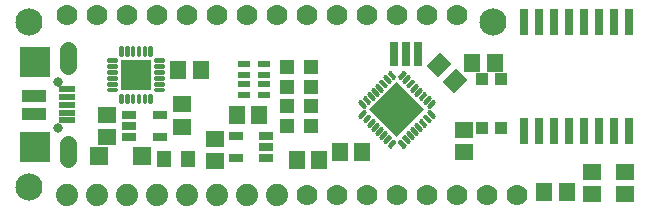
<source format=gbr>
G04 EAGLE Gerber RS-274X export*
G75*
%MOMM*%
%FSLAX34Y34*%
%LPD*%
%INSoldermask Top*%
%IPPOS*%
%AMOC8*
5,1,8,0,0,1.08239X$1,22.5*%
G01*
%ADD10C,2.301600*%
%ADD11C,1.778000*%
%ADD12R,1.601600X1.401600*%
%ADD13R,1.301600X1.301600*%
%ADD14R,1.401600X1.601600*%
%ADD15R,1.301600X1.401600*%
%ADD16R,0.801600X2.101600*%
%ADD17R,1.101600X1.001600*%
%ADD18R,1.501600X1.501600*%
%ADD19R,1.001600X0.551600*%
%ADD20R,1.301600X0.651600*%
%ADD21C,0.225022*%
%ADD22R,3.301600X3.301600*%
%ADD23C,1.879600*%
%ADD24C,0.240406*%
%ADD25R,2.601600X2.601600*%
%ADD26C,0.801600*%
%ADD27C,1.409600*%
%ADD28R,2.101600X1.101600*%
%ADD29R,1.450000X0.500000*%
%ADD30R,0.701600X2.301600*%


D10*
X19050Y158750D03*
X19050Y19050D03*
X411480Y158750D03*
D11*
X254000Y12700D03*
X279400Y12700D03*
X304800Y12700D03*
X330200Y12700D03*
X355600Y12700D03*
X381000Y12700D03*
X406400Y12700D03*
X431800Y12700D03*
D12*
X176530Y60300D03*
X176530Y41300D03*
D13*
X237150Y87630D03*
X258150Y87630D03*
D14*
X281984Y49312D03*
X300984Y49312D03*
D13*
X237150Y71120D03*
X258150Y71120D03*
D15*
X153670Y43180D03*
X133350Y43180D03*
D14*
X213970Y80010D03*
X194970Y80010D03*
D12*
X85090Y61620D03*
X85090Y80620D03*
D16*
X328038Y132080D03*
X338038Y132080D03*
X348038Y132080D03*
D14*
G36*
X380124Y119932D02*
X390034Y110022D01*
X378710Y98698D01*
X368800Y108608D01*
X380124Y119932D01*
G37*
G36*
X366689Y133367D02*
X376599Y123457D01*
X365275Y112133D01*
X355365Y122043D01*
X366689Y133367D01*
G37*
X245770Y41910D03*
X264770Y41910D03*
D17*
X418210Y69416D03*
X402210Y69416D03*
X402210Y110416D03*
X418210Y110416D03*
D14*
X394360Y124460D03*
X413360Y124460D03*
D11*
X203200Y165100D03*
X228600Y165100D03*
X254000Y165100D03*
X279400Y165100D03*
X304800Y165100D03*
X330200Y165100D03*
X355600Y165100D03*
X381000Y165100D03*
D12*
X387350Y67920D03*
X387350Y48920D03*
D18*
X115020Y45720D03*
X78020Y45720D03*
D19*
X218050Y123490D03*
X201050Y123490D03*
X218050Y114490D03*
X218050Y106490D03*
X218050Y97490D03*
X201050Y97490D03*
X201050Y114490D03*
X201050Y106490D03*
D11*
X177800Y165100D03*
X152400Y165100D03*
X127000Y165100D03*
X101600Y165100D03*
X76200Y165100D03*
X50800Y165100D03*
D20*
X220011Y43840D03*
X220011Y53340D03*
X220011Y62840D03*
X194009Y62840D03*
X194009Y43840D03*
D21*
X356705Y87743D02*
X360781Y91819D01*
X361677Y90923D01*
X357601Y86847D01*
X356705Y87743D01*
X357946Y88984D02*
X359738Y88984D01*
X360083Y91121D02*
X361479Y91121D01*
X357246Y95354D02*
X353170Y91278D01*
X357246Y95354D02*
X358142Y94458D01*
X354066Y90382D01*
X353170Y91278D01*
X354411Y92519D02*
X356203Y92519D01*
X356548Y94656D02*
X357944Y94656D01*
X353710Y98890D02*
X349634Y94814D01*
X353710Y98890D02*
X354606Y97994D01*
X350530Y93918D01*
X349634Y94814D01*
X350875Y96055D02*
X352667Y96055D01*
X353012Y98192D02*
X354408Y98192D01*
X350175Y102425D02*
X346099Y98349D01*
X350175Y102425D02*
X351071Y101529D01*
X346995Y97453D01*
X346099Y98349D01*
X347340Y99590D02*
X349132Y99590D01*
X349477Y101727D02*
X350873Y101727D01*
X346639Y105961D02*
X342563Y101885D01*
X346639Y105961D02*
X347535Y105065D01*
X343459Y100989D01*
X342563Y101885D01*
X343804Y103126D02*
X345596Y103126D01*
X345941Y105263D02*
X347337Y105263D01*
X343104Y109496D02*
X339028Y105420D01*
X343104Y109496D02*
X344000Y108600D01*
X339924Y104524D01*
X339028Y105420D01*
X340269Y106661D02*
X342061Y106661D01*
X342406Y108798D02*
X343802Y108798D01*
X339568Y113032D02*
X335492Y108956D01*
X339568Y113032D02*
X340464Y112136D01*
X336388Y108060D01*
X335492Y108956D01*
X336733Y110197D02*
X338525Y110197D01*
X338870Y112334D02*
X340266Y112334D01*
X336033Y116567D02*
X331957Y112491D01*
X336033Y116567D02*
X336929Y115671D01*
X332853Y111595D01*
X331957Y112491D01*
X333198Y113732D02*
X334990Y113732D01*
X335335Y115869D02*
X336731Y115869D01*
X324367Y116567D02*
X323471Y115671D01*
X324367Y116567D02*
X328443Y112491D01*
X327547Y111595D01*
X323471Y115671D01*
X325410Y113732D02*
X327202Y113732D01*
X325065Y115869D02*
X323669Y115869D01*
X320832Y113032D02*
X319936Y112136D01*
X320832Y113032D02*
X324908Y108956D01*
X324012Y108060D01*
X319936Y112136D01*
X321875Y110197D02*
X323667Y110197D01*
X321530Y112334D02*
X320134Y112334D01*
X317296Y109496D02*
X316400Y108600D01*
X317296Y109496D02*
X321372Y105420D01*
X320476Y104524D01*
X316400Y108600D01*
X318339Y106661D02*
X320131Y106661D01*
X317994Y108798D02*
X316598Y108798D01*
X313761Y105961D02*
X312865Y105065D01*
X313761Y105961D02*
X317837Y101885D01*
X316941Y100989D01*
X312865Y105065D01*
X314804Y103126D02*
X316596Y103126D01*
X314459Y105263D02*
X313063Y105263D01*
X310225Y102425D02*
X309329Y101529D01*
X310225Y102425D02*
X314301Y98349D01*
X313405Y97453D01*
X309329Y101529D01*
X311268Y99590D02*
X313060Y99590D01*
X310923Y101727D02*
X309527Y101727D01*
X306690Y98890D02*
X305794Y97994D01*
X306690Y98890D02*
X310766Y94814D01*
X309870Y93918D01*
X305794Y97994D01*
X307733Y96055D02*
X309525Y96055D01*
X307388Y98192D02*
X305992Y98192D01*
X303154Y95354D02*
X302258Y94458D01*
X303154Y95354D02*
X307230Y91278D01*
X306334Y90382D01*
X302258Y94458D01*
X304197Y92519D02*
X305989Y92519D01*
X303852Y94656D02*
X302456Y94656D01*
X299619Y91819D02*
X298723Y90923D01*
X299619Y91819D02*
X303695Y87743D01*
X302799Y86847D01*
X298723Y90923D01*
X300662Y88984D02*
X302454Y88984D01*
X300317Y91121D02*
X298921Y91121D01*
X302799Y83333D02*
X298723Y79257D01*
X302799Y83333D02*
X303695Y82437D01*
X299619Y78361D01*
X298723Y79257D01*
X299964Y80498D02*
X301756Y80498D01*
X302101Y82635D02*
X303497Y82635D01*
X306334Y79798D02*
X302258Y75722D01*
X306334Y79798D02*
X307230Y78902D01*
X303154Y74826D01*
X302258Y75722D01*
X303499Y76963D02*
X305291Y76963D01*
X305636Y79100D02*
X307032Y79100D01*
X309870Y76262D02*
X305794Y72186D01*
X309870Y76262D02*
X310766Y75366D01*
X306690Y71290D01*
X305794Y72186D01*
X307035Y73427D02*
X308827Y73427D01*
X309172Y75564D02*
X310568Y75564D01*
X313405Y72727D02*
X309329Y68651D01*
X313405Y72727D02*
X314301Y71831D01*
X310225Y67755D01*
X309329Y68651D01*
X310570Y69892D02*
X312362Y69892D01*
X312707Y72029D02*
X314103Y72029D01*
X316941Y69191D02*
X312865Y65115D01*
X316941Y69191D02*
X317837Y68295D01*
X313761Y64219D01*
X312865Y65115D01*
X314106Y66356D02*
X315898Y66356D01*
X316243Y68493D02*
X317639Y68493D01*
X320476Y65656D02*
X316400Y61580D01*
X320476Y65656D02*
X321372Y64760D01*
X317296Y60684D01*
X316400Y61580D01*
X317641Y62821D02*
X319433Y62821D01*
X319778Y64958D02*
X321174Y64958D01*
X324012Y62120D02*
X319936Y58044D01*
X324012Y62120D02*
X324908Y61224D01*
X320832Y57148D01*
X319936Y58044D01*
X321177Y59285D02*
X322969Y59285D01*
X323314Y61422D02*
X324710Y61422D01*
X327547Y58585D02*
X323471Y54509D01*
X327547Y58585D02*
X328443Y57689D01*
X324367Y53613D01*
X323471Y54509D01*
X324712Y55750D02*
X326504Y55750D01*
X326849Y57887D02*
X328245Y57887D01*
X331957Y57689D02*
X332853Y58585D01*
X336929Y54509D01*
X336033Y53613D01*
X331957Y57689D01*
X333896Y55750D02*
X335688Y55750D01*
X333551Y57887D02*
X332155Y57887D01*
X335492Y61224D02*
X336388Y62120D01*
X340464Y58044D01*
X339568Y57148D01*
X335492Y61224D01*
X337431Y59285D02*
X339223Y59285D01*
X337086Y61422D02*
X335690Y61422D01*
X339028Y64760D02*
X339924Y65656D01*
X344000Y61580D01*
X343104Y60684D01*
X339028Y64760D01*
X340967Y62821D02*
X342759Y62821D01*
X340622Y64958D02*
X339226Y64958D01*
X342563Y68295D02*
X343459Y69191D01*
X347535Y65115D01*
X346639Y64219D01*
X342563Y68295D01*
X344502Y66356D02*
X346294Y66356D01*
X344157Y68493D02*
X342761Y68493D01*
X346099Y71831D02*
X346995Y72727D01*
X351071Y68651D01*
X350175Y67755D01*
X346099Y71831D01*
X348038Y69892D02*
X349830Y69892D01*
X347693Y72029D02*
X346297Y72029D01*
X349634Y75366D02*
X350530Y76262D01*
X354606Y72186D01*
X353710Y71290D01*
X349634Y75366D01*
X351573Y73427D02*
X353365Y73427D01*
X351228Y75564D02*
X349832Y75564D01*
X353170Y78902D02*
X354066Y79798D01*
X358142Y75722D01*
X357246Y74826D01*
X353170Y78902D01*
X355109Y76963D02*
X356901Y76963D01*
X354764Y79100D02*
X353368Y79100D01*
X356705Y82437D02*
X357601Y83333D01*
X361677Y79257D01*
X360781Y78361D01*
X356705Y82437D01*
X358644Y80498D02*
X360436Y80498D01*
X358299Y82635D02*
X356903Y82635D01*
D22*
G36*
X306855Y85090D02*
X330200Y108435D01*
X353545Y85090D01*
X330200Y61745D01*
X306855Y85090D01*
G37*
D23*
X50800Y12700D03*
X76200Y12700D03*
X101600Y12700D03*
X127000Y12700D03*
X152400Y12700D03*
X177800Y12700D03*
X203200Y12700D03*
X228600Y12700D03*
D24*
X92526Y127506D02*
X85914Y127506D01*
X92526Y127506D02*
X92526Y126094D01*
X85914Y126094D01*
X85914Y127506D01*
X85914Y122506D02*
X92526Y122506D01*
X92526Y121094D01*
X85914Y121094D01*
X85914Y122506D01*
X85914Y117506D02*
X92526Y117506D01*
X92526Y116094D01*
X85914Y116094D01*
X85914Y117506D01*
X85914Y112506D02*
X92526Y112506D01*
X92526Y111094D01*
X85914Y111094D01*
X85914Y112506D01*
X85914Y107506D02*
X92526Y107506D01*
X92526Y106094D01*
X85914Y106094D01*
X85914Y107506D01*
X85914Y102506D02*
X92526Y102506D01*
X92526Y101094D01*
X85914Y101094D01*
X85914Y102506D01*
X97426Y97606D02*
X97426Y90994D01*
X96014Y90994D01*
X96014Y97606D01*
X97426Y97606D01*
X97426Y93278D02*
X96014Y93278D01*
X96014Y95562D02*
X97426Y95562D01*
X102426Y97606D02*
X102426Y90994D01*
X101014Y90994D01*
X101014Y97606D01*
X102426Y97606D01*
X102426Y93278D02*
X101014Y93278D01*
X101014Y95562D02*
X102426Y95562D01*
X107426Y97606D02*
X107426Y90994D01*
X106014Y90994D01*
X106014Y97606D01*
X107426Y97606D01*
X107426Y93278D02*
X106014Y93278D01*
X106014Y95562D02*
X107426Y95562D01*
X112426Y97606D02*
X112426Y90994D01*
X111014Y90994D01*
X111014Y97606D01*
X112426Y97606D01*
X112426Y93278D02*
X111014Y93278D01*
X111014Y95562D02*
X112426Y95562D01*
X117426Y97606D02*
X117426Y90994D01*
X116014Y90994D01*
X116014Y97606D01*
X117426Y97606D01*
X117426Y93278D02*
X116014Y93278D01*
X116014Y95562D02*
X117426Y95562D01*
X122426Y97606D02*
X122426Y90994D01*
X121014Y90994D01*
X121014Y97606D01*
X122426Y97606D01*
X122426Y93278D02*
X121014Y93278D01*
X121014Y95562D02*
X122426Y95562D01*
X125914Y101094D02*
X132526Y101094D01*
X125914Y101094D02*
X125914Y102506D01*
X132526Y102506D01*
X132526Y101094D01*
X132526Y106094D02*
X125914Y106094D01*
X125914Y107506D01*
X132526Y107506D01*
X132526Y106094D01*
X132526Y111094D02*
X125914Y111094D01*
X125914Y112506D01*
X132526Y112506D01*
X132526Y111094D01*
X132526Y116094D02*
X125914Y116094D01*
X125914Y117506D01*
X132526Y117506D01*
X132526Y116094D01*
X132526Y121094D02*
X125914Y121094D01*
X125914Y122506D01*
X132526Y122506D01*
X132526Y121094D01*
X132526Y126094D02*
X125914Y126094D01*
X125914Y127506D01*
X132526Y127506D01*
X132526Y126094D01*
X121014Y130994D02*
X121014Y137606D01*
X122426Y137606D01*
X122426Y130994D01*
X121014Y130994D01*
X121014Y133278D02*
X122426Y133278D01*
X122426Y135562D02*
X121014Y135562D01*
X116014Y137606D02*
X116014Y130994D01*
X116014Y137606D02*
X117426Y137606D01*
X117426Y130994D01*
X116014Y130994D01*
X116014Y133278D02*
X117426Y133278D01*
X117426Y135562D02*
X116014Y135562D01*
X111014Y137606D02*
X111014Y130994D01*
X111014Y137606D02*
X112426Y137606D01*
X112426Y130994D01*
X111014Y130994D01*
X111014Y133278D02*
X112426Y133278D01*
X112426Y135562D02*
X111014Y135562D01*
X106014Y137606D02*
X106014Y130994D01*
X106014Y137606D02*
X107426Y137606D01*
X107426Y130994D01*
X106014Y130994D01*
X106014Y133278D02*
X107426Y133278D01*
X107426Y135562D02*
X106014Y135562D01*
X101014Y137606D02*
X101014Y130994D01*
X101014Y137606D02*
X102426Y137606D01*
X102426Y130994D01*
X101014Y130994D01*
X101014Y133278D02*
X102426Y133278D01*
X102426Y135562D02*
X101014Y135562D01*
X96014Y137606D02*
X96014Y130994D01*
X96014Y137606D02*
X97426Y137606D01*
X97426Y130994D01*
X96014Y130994D01*
X96014Y133278D02*
X97426Y133278D01*
X97426Y135562D02*
X96014Y135562D01*
D25*
X109220Y114300D03*
D26*
X43180Y108400D03*
X43180Y69400D03*
D25*
X24180Y52900D03*
X24180Y124900D03*
D27*
X52180Y121900D02*
X52180Y134980D01*
X52180Y55900D02*
X52180Y42820D01*
D28*
X23180Y96400D03*
X23180Y81400D03*
D29*
X50930Y101900D03*
X50930Y95400D03*
X50930Y88900D03*
X50930Y82400D03*
X50930Y75900D03*
D14*
X145440Y118110D03*
X164440Y118110D03*
D12*
X148590Y89510D03*
X148590Y70510D03*
D13*
X237150Y104140D03*
X258150Y104140D03*
X237150Y120650D03*
X258150Y120650D03*
D20*
X103839Y80620D03*
X103839Y71120D03*
X103839Y61620D03*
X129841Y61620D03*
X129841Y80620D03*
D12*
X523240Y13360D03*
X523240Y32360D03*
X495300Y13360D03*
X495300Y32360D03*
D30*
X514350Y159030D03*
X488950Y67030D03*
X527050Y159030D03*
X501650Y159030D03*
X488950Y159030D03*
X501650Y67030D03*
X476250Y67030D03*
X463550Y67030D03*
X463550Y159030D03*
X438150Y67030D03*
X476250Y159030D03*
X450850Y159030D03*
X450850Y67030D03*
X438150Y159030D03*
X514350Y67030D03*
X527050Y67030D03*
D14*
X455320Y15240D03*
X474320Y15240D03*
M02*

</source>
